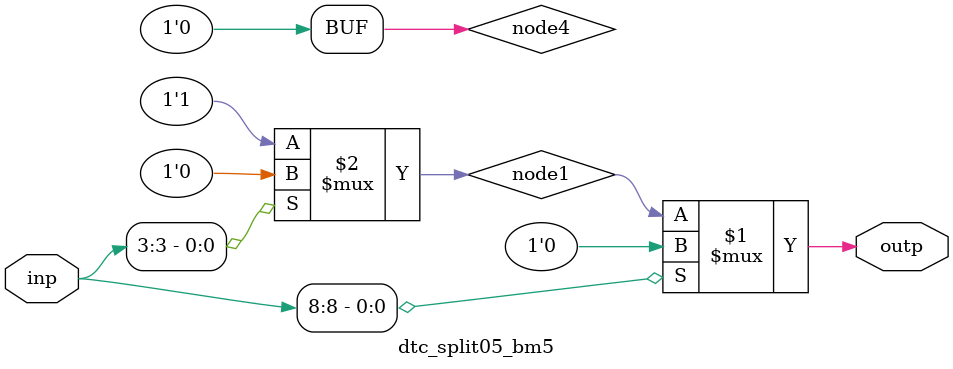
<source format=v>
module dtc_split05_bm5 (
	input  wire [10-1:0] inp,
	output wire [1-1:0] outp
);

	wire [1-1:0] node1;
	wire [1-1:0] node4;

	assign outp = (inp[8]) ? node4 : node1;
		assign node1 = (inp[3]) ? 1'b0 : 1'b1;
		assign node4 = (inp[9]) ? 1'b0 : 1'b0;

endmodule
</source>
